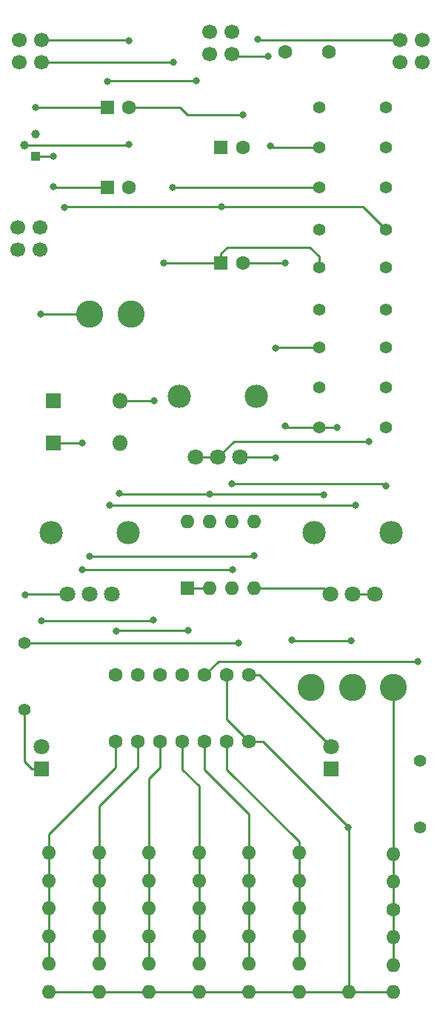
<source format=gbr>
G04 #@! TF.GenerationSoftware,KiCad,Pcbnew,(5.0.0-rc2-dev-311-g1dd4af297)*
G04 #@! TF.CreationDate,2018-03-30T01:51:19-07:00*
G04 #@! TF.ProjectId,workshop_drum1.1,776F726B73686F705F6472756D312E31,rev?*
G04 #@! TF.SameCoordinates,Original*
G04 #@! TF.FileFunction,Copper,L1,Top,Signal*
G04 #@! TF.FilePolarity,Positive*
%FSLAX46Y46*%
G04 Gerber Fmt 4.6, Leading zero omitted, Abs format (unit mm)*
G04 Created by KiCad (PCBNEW (5.0.0-rc2-dev-311-g1dd4af297)) date 03/30/18 01:51:19*
%MOMM*%
%LPD*%
G01*
G04 APERTURE LIST*
%ADD10C,1.600000*%
%ADD11O,1.600000X1.600000*%
%ADD12C,1.700000*%
%ADD13C,1.397000*%
%ADD14R,1.600000X1.600000*%
%ADD15R,1.800000X1.800000*%
%ADD16C,1.800000*%
%ADD17O,1.800000X1.800000*%
%ADD18R,1.000000X1.000000*%
%ADD19C,1.000000*%
%ADD20C,2.667000*%
%ADD21C,1.803400*%
%ADD22C,3.100000*%
%ADD23C,0.800000*%
%ADD24C,0.250000*%
G04 APERTURE END LIST*
D10*
X148590000Y-121285000D03*
X148590000Y-113665000D03*
D11*
X167640000Y-149860000D03*
X128270000Y-149860000D03*
X133985000Y-149860000D03*
X139700000Y-149860000D03*
X145415000Y-149860000D03*
X151130000Y-149860000D03*
X133985000Y-143510000D03*
X133985000Y-133985000D03*
X133985000Y-140335000D03*
X133985000Y-146685000D03*
X133985000Y-137160000D03*
X128270000Y-133985000D03*
X128270000Y-146685000D03*
X128270000Y-143510000D03*
X128270000Y-140335000D03*
X128270000Y-137160000D03*
X145415000Y-143510000D03*
X145415000Y-133985000D03*
X139700000Y-137160000D03*
X145415000Y-146685000D03*
X139700000Y-133985000D03*
X145415000Y-137160000D03*
X139700000Y-146685000D03*
X139700000Y-143510000D03*
X145415000Y-140335000D03*
X139700000Y-140335000D03*
X151130000Y-146685000D03*
X151130000Y-133985000D03*
X151130000Y-143510000D03*
X151130000Y-140335000D03*
X156845000Y-143510000D03*
X156845000Y-146685000D03*
X156845000Y-137160000D03*
X156845000Y-133985000D03*
X156845000Y-140335000D03*
X151130000Y-137160000D03*
X162560000Y-149860000D03*
X156845000Y-149860000D03*
D10*
X135890000Y-121285000D03*
X138430000Y-121285000D03*
X140970000Y-121285000D03*
X143510000Y-121285000D03*
X146050000Y-121285000D03*
X151130000Y-121285000D03*
X135890000Y-113665000D03*
X138430000Y-113665000D03*
X140970000Y-113665000D03*
X143510000Y-113665000D03*
X146050000Y-113665000D03*
X151130000Y-113665000D03*
D12*
X127436000Y-43670000D03*
X127436000Y-41130000D03*
X124896000Y-41130000D03*
X124896000Y-43670000D03*
X149206000Y-40130000D03*
X146666000Y-40130000D03*
X146666000Y-42670000D03*
X149206000Y-42670000D03*
X170942000Y-43670000D03*
X170942000Y-41130000D03*
X168402000Y-41130000D03*
X168402000Y-43670000D03*
D13*
X159126000Y-71882000D03*
X166746000Y-71882000D03*
D14*
X144126000Y-103710000D03*
D11*
X151746000Y-96090000D03*
X146666000Y-103710000D03*
X149206000Y-96090000D03*
X149206000Y-103710000D03*
X146666000Y-96090000D03*
X151746000Y-103710000D03*
X144126000Y-96090000D03*
D12*
X127254000Y-65024000D03*
X127254000Y-62484000D03*
X124714000Y-62484000D03*
X124714000Y-65024000D03*
D11*
X167640000Y-134112000D03*
X167640000Y-143637000D03*
X167640000Y-137287000D03*
D10*
X167640000Y-140462000D03*
D11*
X167640000Y-146812000D03*
D15*
X127436000Y-124400000D03*
D16*
X127436000Y-121860000D03*
X160528000Y-121860000D03*
D15*
X160528000Y-124400000D03*
D10*
X160274000Y-42418000D03*
X155274000Y-42418000D03*
X137436000Y-57912000D03*
D14*
X134936000Y-57912000D03*
X147936000Y-53340000D03*
D10*
X150436000Y-53340000D03*
X137436000Y-48768000D03*
D14*
X134936000Y-48768000D03*
X147936000Y-66548000D03*
D10*
X150436000Y-66548000D03*
D17*
X136398000Y-87122000D03*
D15*
X128778000Y-87122000D03*
X128778000Y-82296000D03*
D17*
X136398000Y-82296000D03*
D13*
X170688000Y-123444000D03*
X170688000Y-131064000D03*
X159126000Y-48768000D03*
X166746000Y-48768000D03*
X166746000Y-67056000D03*
X159126000Y-67056000D03*
X166746000Y-62738000D03*
X159126000Y-62738000D03*
X166746000Y-80772000D03*
X159126000Y-80772000D03*
X125476000Y-117602000D03*
X125476000Y-109982000D03*
X159126000Y-85344000D03*
X166746000Y-85344000D03*
X166746000Y-53340000D03*
X159126000Y-53340000D03*
X159126000Y-57912000D03*
X166746000Y-57912000D03*
X166746000Y-76200000D03*
X159126000Y-76200000D03*
D18*
X126746000Y-54356000D03*
D19*
X126746000Y-51816000D03*
X125476000Y-53086000D03*
D20*
X167330363Y-97401843D03*
X158541963Y-97401843D03*
D21*
X160396163Y-104412243D03*
X162936163Y-104412243D03*
X165476163Y-104412243D03*
X150114163Y-88800243D03*
X147574163Y-88800243D03*
X145034163Y-88800243D03*
D20*
X143179963Y-81789843D03*
X151968363Y-81789843D03*
X137330363Y-97401843D03*
X128541963Y-97401843D03*
D21*
X130396163Y-104412243D03*
X132936163Y-104412243D03*
X135476163Y-104412243D03*
D22*
X167636000Y-115062000D03*
X162936000Y-115062000D03*
X158236000Y-115062000D03*
X132936000Y-72400000D03*
X137636000Y-72400000D03*
D23*
X127296000Y-72410000D03*
X140256000Y-82300000D03*
X140216000Y-107380000D03*
X127416000Y-107500000D03*
X156006000Y-109700000D03*
X162814000Y-109728000D03*
X162466000Y-131064000D03*
X161206000Y-85340000D03*
X155250990Y-85230000D03*
X155250990Y-66570000D03*
X137406000Y-41160000D03*
X154156000Y-88860000D03*
X154156000Y-76340000D03*
X164866000Y-86960000D03*
X142476000Y-43610000D03*
X159671153Y-93040000D03*
X130026002Y-60190000D03*
X132056000Y-87160000D03*
X170426000Y-112090000D03*
X153336000Y-42970000D03*
X153566000Y-53230000D03*
X145126002Y-45720000D03*
X126736000Y-48780000D03*
X134946002Y-45860000D03*
X149926000Y-109990000D03*
X150436000Y-49670000D03*
X125526000Y-104550000D03*
X137436000Y-53070000D03*
X152166000Y-41020000D03*
X151746000Y-100060000D03*
X132896000Y-100090000D03*
X135196000Y-94250000D03*
X163346000Y-94250000D03*
X142406000Y-57940000D03*
X128778000Y-57820000D03*
X128746000Y-54360000D03*
X166786000Y-92030000D03*
X149166000Y-91780000D03*
X136336000Y-92880000D03*
X146666000Y-93030000D03*
X148016000Y-60150000D03*
X132055998Y-101610000D03*
X149236000Y-101610000D03*
X141336000Y-66550000D03*
X135936000Y-108640000D03*
X144196000Y-108570000D03*
D24*
X127296000Y-72410000D02*
X132926000Y-72410000D01*
X132926000Y-72410000D02*
X132936000Y-72400000D01*
X140256000Y-82300000D02*
X136402000Y-82300000D01*
X136402000Y-82300000D02*
X136398000Y-82296000D01*
X140096000Y-107500000D02*
X140216000Y-107380000D01*
X127416000Y-107500000D02*
X140096000Y-107500000D01*
X167636000Y-115062000D02*
X167636000Y-134108000D01*
X167636000Y-134108000D02*
X167640000Y-134112000D01*
X167640000Y-143637000D02*
X167640000Y-146812000D01*
X167640000Y-140462000D02*
X167640000Y-143637000D01*
X167640000Y-137287000D02*
X167640000Y-140462000D01*
X167640000Y-134112000D02*
X167640000Y-137287000D01*
X162814000Y-109728000D02*
X156034000Y-109728000D01*
X156034000Y-109728000D02*
X156006000Y-109700000D01*
X152731000Y-121285000D02*
X162466000Y-131020000D01*
X151130000Y-121285000D02*
X152731000Y-121285000D01*
X162466000Y-131020000D02*
X162466000Y-131064000D01*
X162560000Y-149860000D02*
X162560000Y-131158000D01*
X162560000Y-131158000D02*
X162466000Y-131064000D01*
X148590000Y-113665000D02*
X148590000Y-118745000D01*
X148590000Y-118745000D02*
X151130000Y-121285000D01*
X161202000Y-85344000D02*
X161206000Y-85340000D01*
X159126000Y-85344000D02*
X161202000Y-85344000D01*
X150436000Y-66548000D02*
X155228990Y-66548000D01*
X155228990Y-66548000D02*
X155250990Y-66570000D01*
X159126000Y-85344000D02*
X155364990Y-85344000D01*
X155364990Y-85344000D02*
X155250990Y-85230000D01*
X127436000Y-41130000D02*
X137376000Y-41130000D01*
X137376000Y-41130000D02*
X137406000Y-41160000D01*
X154096243Y-88800243D02*
X154156000Y-88860000D01*
X150114163Y-88800243D02*
X154096243Y-88800243D01*
X154296000Y-76200000D02*
X154156000Y-76340000D01*
X159126000Y-76200000D02*
X154296000Y-76200000D01*
X164866000Y-86960000D02*
X149414406Y-86960000D01*
X149414406Y-86960000D02*
X147574163Y-88800243D01*
X160528000Y-121860000D02*
X152333000Y-113665000D01*
X152333000Y-113665000D02*
X151130000Y-113665000D01*
X125476000Y-117602000D02*
X125476000Y-123590000D01*
X125476000Y-123590000D02*
X126286000Y-124400000D01*
X126286000Y-124400000D02*
X127436000Y-124400000D01*
X142476000Y-43610000D02*
X127496000Y-43610000D01*
X159661153Y-93030000D02*
X159671153Y-93040000D01*
X146666000Y-93030000D02*
X159661153Y-93030000D01*
X148016000Y-60150000D02*
X130066002Y-60150000D01*
X130066002Y-60150000D02*
X130026002Y-60190000D01*
X132018000Y-87122000D02*
X132056000Y-87160000D01*
X128778000Y-87122000D02*
X132018000Y-87122000D01*
X170426000Y-112090000D02*
X147625000Y-112090000D01*
X147625000Y-112090000D02*
X146050000Y-113665000D01*
X153336000Y-42970000D02*
X149506000Y-42970000D01*
X149506000Y-42970000D02*
X149206000Y-42670000D01*
X153676000Y-53340000D02*
X153566000Y-53230000D01*
X159126000Y-53340000D02*
X153676000Y-53340000D01*
X135046002Y-45760000D02*
X145086002Y-45760000D01*
X134946002Y-45860000D02*
X135046002Y-45760000D01*
X145086002Y-45760000D02*
X145126002Y-45720000D01*
X145176002Y-45770000D02*
X145126002Y-45720000D01*
X145346000Y-45770000D02*
X145176002Y-45770000D01*
X126736000Y-48780000D02*
X134924000Y-48780000D01*
X134924000Y-48780000D02*
X134936000Y-48768000D01*
X149918000Y-109982000D02*
X149926000Y-109990000D01*
X125476000Y-109982000D02*
X149918000Y-109982000D01*
X151746000Y-103710000D02*
X159693920Y-103710000D01*
X159693920Y-103710000D02*
X160396163Y-104412243D01*
X143224000Y-48768000D02*
X144126000Y-49670000D01*
X137436000Y-48768000D02*
X143224000Y-48768000D01*
X144126000Y-49670000D02*
X150436000Y-49670000D01*
X125663757Y-104412243D02*
X125526000Y-104550000D01*
X130396163Y-104412243D02*
X125663757Y-104412243D01*
X137420000Y-53086000D02*
X137436000Y-53070000D01*
X125476000Y-53086000D02*
X137420000Y-53086000D01*
X150528000Y-66640000D02*
X150436000Y-66548000D01*
X152276000Y-41130000D02*
X152166000Y-41020000D01*
X168402000Y-41130000D02*
X152276000Y-41130000D01*
X162560000Y-148728630D02*
X162560000Y-149860000D01*
X162560000Y-149860000D02*
X163691370Y-149860000D01*
X163691370Y-149860000D02*
X167640000Y-149860000D01*
X156845000Y-149860000D02*
X162560000Y-149860000D01*
X151130000Y-149860000D02*
X152261370Y-149860000D01*
X152261370Y-149860000D02*
X156845000Y-149860000D01*
X145415000Y-149860000D02*
X151130000Y-149860000D01*
X139700000Y-149860000D02*
X140831370Y-149860000D01*
X140831370Y-149860000D02*
X145415000Y-149860000D01*
X133985000Y-149860000D02*
X139700000Y-149860000D01*
X128270000Y-149860000D02*
X133985000Y-149860000D01*
X151716000Y-100090000D02*
X151746000Y-100060000D01*
X132896000Y-100090000D02*
X151716000Y-100090000D01*
X163346000Y-94250000D02*
X135196000Y-94250000D01*
X145034163Y-88800243D02*
X147574163Y-88800243D01*
X165476163Y-104412243D02*
X164200967Y-104412243D01*
X164200967Y-104412243D02*
X162936163Y-104412243D01*
X127496000Y-43610000D02*
X127436000Y-43670000D01*
X142434000Y-57912000D02*
X142406000Y-57940000D01*
X159126000Y-57912000D02*
X142434000Y-57912000D01*
X134936000Y-57912000D02*
X128870000Y-57912000D01*
X128870000Y-57912000D02*
X128778000Y-57820000D01*
X128746000Y-54360000D02*
X126750000Y-54360000D01*
X126750000Y-54360000D02*
X126746000Y-54356000D01*
X134888000Y-57960000D02*
X134936000Y-57912000D01*
X166536000Y-91780000D02*
X166786000Y-92030000D01*
X149166000Y-91780000D02*
X166536000Y-91780000D01*
X136486000Y-93030000D02*
X136336000Y-92880000D01*
X146666000Y-93030000D02*
X136486000Y-93030000D01*
X148016000Y-60150000D02*
X164158000Y-60150000D01*
X164158000Y-60150000D02*
X166746000Y-62738000D01*
X149236000Y-101610000D02*
X132055998Y-101610000D01*
X141338000Y-66548000D02*
X141336000Y-66550000D01*
X147936000Y-66548000D02*
X141338000Y-66548000D01*
X147936000Y-65498000D02*
X148664000Y-64770000D01*
X147936000Y-66548000D02*
X147936000Y-65498000D01*
X148664000Y-64770000D02*
X158066000Y-64770000D01*
X158066000Y-64770000D02*
X159126000Y-65830000D01*
X159126000Y-65830000D02*
X159126000Y-67056000D01*
X128270000Y-131826000D02*
X135890000Y-124206000D01*
X128270000Y-133985000D02*
X128270000Y-131826000D01*
X135890000Y-124206000D02*
X135890000Y-121285000D01*
X128270000Y-143510000D02*
X128270000Y-144641370D01*
X128270000Y-144641370D02*
X128270000Y-146685000D01*
X128270000Y-140335000D02*
X128270000Y-143510000D01*
X128270000Y-137160000D02*
X128270000Y-140335000D01*
X128270000Y-133985000D02*
X128270000Y-135116370D01*
X128270000Y-135116370D02*
X128270000Y-137160000D01*
X138430000Y-124206000D02*
X133979920Y-128656080D01*
X138430000Y-121285000D02*
X138430000Y-124206000D01*
X133979920Y-128656080D02*
X133979920Y-133979920D01*
X133979920Y-133979920D02*
X133985000Y-133985000D01*
X133985000Y-137160000D02*
X133985000Y-133985000D01*
X133985000Y-140335000D02*
X133985000Y-139203630D01*
X133985000Y-139203630D02*
X133985000Y-137160000D01*
X133985000Y-143510000D02*
X133985000Y-140335000D01*
X133985000Y-146685000D02*
X133985000Y-145553630D01*
X133985000Y-145553630D02*
X133985000Y-143510000D01*
X143510000Y-124460000D02*
X145415000Y-126365000D01*
X143510000Y-121285000D02*
X143510000Y-124460000D01*
X145415000Y-126365000D02*
X145415000Y-133985000D01*
X145415000Y-146685000D02*
X145415000Y-145553630D01*
X145415000Y-145553630D02*
X145415000Y-143510000D01*
X145415000Y-143510000D02*
X145415000Y-140335000D01*
X145415000Y-140335000D02*
X145415000Y-139203630D01*
X145415000Y-139203630D02*
X145415000Y-137160000D01*
X145415000Y-133985000D02*
X145415000Y-135116370D01*
X145415000Y-135116370D02*
X145415000Y-137160000D01*
X140970000Y-124206000D02*
X139700000Y-125476000D01*
X140970000Y-121285000D02*
X140970000Y-124206000D01*
X139700000Y-125476000D02*
X139700000Y-133985000D01*
X139700000Y-146685000D02*
X139700000Y-145553630D01*
X139700000Y-145553630D02*
X139700000Y-143510000D01*
X139700000Y-143510000D02*
X139700000Y-142378630D01*
X139700000Y-142378630D02*
X139700000Y-140335000D01*
X139700000Y-137160000D02*
X139700000Y-140335000D01*
X139700000Y-133985000D02*
X139700000Y-137160000D01*
X146050000Y-124460000D02*
X151130000Y-129540000D01*
X146050000Y-121285000D02*
X146050000Y-124460000D01*
X151130000Y-129540000D02*
X151130000Y-130048000D01*
X151130000Y-130048000D02*
X151130000Y-133985000D01*
X151130000Y-143510000D02*
X151130000Y-144641370D01*
X151130000Y-144641370D02*
X151130000Y-146685000D01*
X151130000Y-140335000D02*
X151130000Y-143510000D01*
X151130000Y-140335000D02*
X151130000Y-137160000D01*
X151130000Y-133985000D02*
X151130000Y-135116370D01*
X151130000Y-135116370D02*
X151130000Y-137160000D01*
X148590000Y-124460000D02*
X156845000Y-132715000D01*
X148590000Y-121285000D02*
X148590000Y-124460000D01*
X156845000Y-132715000D02*
X156845000Y-133985000D01*
X156845000Y-137160000D02*
X156845000Y-133985000D01*
X156845000Y-140335000D02*
X156845000Y-139203630D01*
X156845000Y-139203630D02*
X156845000Y-137160000D01*
X156845000Y-143510000D02*
X156845000Y-142378630D01*
X156845000Y-142378630D02*
X156845000Y-140335000D01*
X156845000Y-146685000D02*
X156845000Y-145553630D01*
X156845000Y-145553630D02*
X156845000Y-143510000D01*
X144126000Y-103710000D02*
X145176000Y-103710000D01*
X145176000Y-103710000D02*
X146666000Y-103710000D01*
X136006000Y-108570000D02*
X135936000Y-108640000D01*
X144196000Y-108570000D02*
X136006000Y-108570000D01*
M02*

</source>
